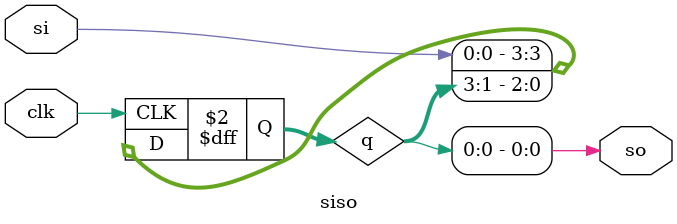
<source format=v>

module siso(input si,clk, output  so);

 reg [3:0] q;

 always@(posedge clk) begin
 
  q[3] <= si;
  q[2] <= q[3];
  q[1] <= q[2];
  q[0] <= q[1];
  
 end
  
  assign so = q[0] ;
   
endmodule

</source>
